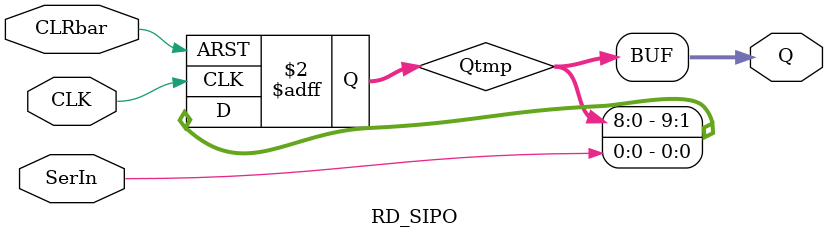
<source format=v>
`timescale 1 ns / 1 ps


module RD_SIPO  ( CLK ,SerIn ,Q ,CLRbar );


  

output [9:0] Q ;
wire [9:0] Q ;

input CLK ;
wire CLK ;
input SerIn ;
wire SerIn ;
input CLRbar ;
wire CLRbar ;

//}} End of automatically maintained section
reg [9:0] Qtmp; 
assign Q = Qtmp ; 
always @ (posedge CLK or posedge CLRbar) 
		if (CLRbar)  Qtmp <= 10'b0 ; 
		else Qtmp <= {Qtmp [8:0] , SerIn} ; 		 
			
endmodule

</source>
